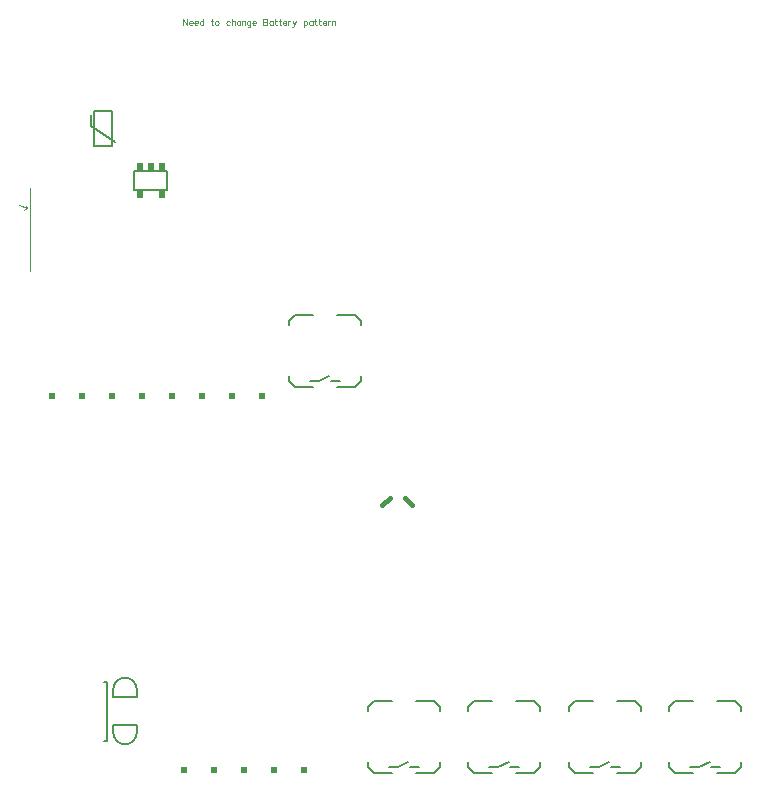
<source format=gbr>
%TF.GenerationSoftware,Novarm,DipTrace,3.2.0.1*%
%TF.CreationDate,2017-11-24T17:42:05-08:00*%
%FSLAX26Y26*%
%MOIN*%
%TF.FileFunction,Drawing,Top*%
%TF.Part,Single*%
%ADD21C,0.006*%
%ADD22C,0.008*%
%ADD29C,0.005*%
%ADD30C,0.00315*%
%ADD32C,0.000013*%
%ADD43C,0.016*%
%ADD118C,0.003088*%
G75*
G01*
%LPD*%
X608196Y2565103D2*
D29*
Y2683202D1*
X667252D1*
Y2565103D1*
X608196D1*
X677724Y2579151D2*
X597724Y2634146D1*
Y2669154D1*
X356106Y2370726D2*
D30*
X383658Y2358903D1*
X379722Y2366770D1*
X383658Y2358903D2*
X375786Y2354992D1*
X395467Y2425841D2*
D32*
Y2150268D1*
G36*
X1079000Y1742749D2*
X1059000D1*
Y1722729D1*
X1079000D1*
Y1742749D1*
G37*
G36*
X979000D2*
X959000D1*
Y1722729D1*
X979000D1*
Y1742749D1*
G37*
G36*
X879000D2*
X859000D1*
Y1722729D1*
X879000D1*
Y1742749D1*
G37*
G36*
X779000D2*
X759000D1*
Y1722729D1*
X779000D1*
Y1742749D1*
G37*
G36*
X679000D2*
X659000D1*
Y1722729D1*
X679000D1*
Y1742749D1*
G37*
G36*
X579000D2*
X559000D1*
Y1722729D1*
X579000D1*
Y1742749D1*
G37*
G36*
X479000D2*
X459000D1*
Y1722729D1*
X479000D1*
Y1742749D1*
G37*
G36*
X1179000D2*
X1159000D1*
Y1722729D1*
X1179000D1*
Y1742749D1*
G37*
X1644004Y1394007D2*
D43*
X1668993Y1368983D1*
X1593996Y1394007D2*
X1569007Y1368983D1*
X1336757Y2004488D2*
D22*
X1276756D1*
X1256747Y1984490D1*
X1496752D2*
X1476743Y2004488D1*
X1416742D1*
X1256747Y1784510D2*
X1276756Y1764512D1*
X1336757D1*
X1496752Y1784510D2*
X1476743Y1764512D1*
X1416742D1*
X1496752Y1984490D2*
Y1969508D1*
Y1784510D2*
Y1799492D1*
X1256747Y1784510D2*
Y1799492D1*
Y1984490D2*
Y1969508D1*
X1326753Y1784510D2*
X1356741D1*
X1396758D2*
X1426746D1*
X1356741D2*
X1391743Y1799492D1*
X1599257Y716988D2*
X1539256D1*
X1519247Y696990D1*
X1759252D2*
X1739243Y716988D1*
X1679242D1*
X1519247Y497010D2*
X1539256Y477012D1*
X1599257D1*
X1759252Y497010D2*
X1739243Y477012D1*
X1679242D1*
X1759252Y696990D2*
Y682008D1*
Y497010D2*
Y511992D1*
X1519247Y497010D2*
Y511992D1*
Y696990D2*
Y682008D1*
X1589253Y497010D2*
X1619241D1*
X1659258D2*
X1689246D1*
X1619241D2*
X1654243Y511992D1*
X1934674Y716988D2*
X1874673D1*
X1854664Y696990D1*
X2094669D2*
X2074660Y716988D1*
X2014659D1*
X1854664Y497010D2*
X1874673Y477012D1*
X1934674D1*
X2094669Y497010D2*
X2074660Y477012D1*
X2014659D1*
X2094669Y696990D2*
Y682008D1*
Y497010D2*
Y511992D1*
X1854664Y497010D2*
Y511992D1*
Y696990D2*
Y682008D1*
X1924670Y497010D2*
X1954658D1*
X1994675D2*
X2024663D1*
X1954658D2*
X1989661Y511992D1*
X2270090Y716988D2*
X2210089D1*
X2190080Y696990D1*
X2430085D2*
X2410076Y716988D1*
X2350075D1*
X2190080Y497010D2*
X2210089Y477012D1*
X2270090D1*
X2430085Y497010D2*
X2410076Y477012D1*
X2350075D1*
X2430085Y696990D2*
Y682008D1*
Y497010D2*
Y511992D1*
X2190080Y497010D2*
Y511992D1*
Y696990D2*
Y682008D1*
X2260086Y497010D2*
X2290074D1*
X2330091D2*
X2360079D1*
X2290074D2*
X2325077Y511992D1*
X2605508Y716988D2*
X2545506D1*
X2525498Y696990D1*
X2765502D2*
X2745494Y716988D1*
X2685492D1*
X2525498Y497010D2*
X2545506Y477012D1*
X2605508D1*
X2765502Y497010D2*
X2745494Y477012D1*
X2685492D1*
X2765502Y696990D2*
Y682008D1*
Y497010D2*
Y511992D1*
X2525498Y497010D2*
Y511992D1*
Y696990D2*
Y682008D1*
X2595503Y497010D2*
X2625491D1*
X2665509D2*
X2695497D1*
X2625491D2*
X2660494Y511992D1*
G36*
X824779Y2485659D2*
X844441D1*
Y2511258D1*
X824779D1*
Y2485659D1*
G37*
G36*
X787376D2*
X807050D1*
Y2511258D1*
X787376D1*
Y2485659D1*
G37*
G36*
X749985D2*
X769647D1*
Y2511258D1*
X749985D1*
Y2485659D1*
G37*
G36*
Y2393138D2*
X769647D1*
Y2418737D1*
X749985D1*
Y2393138D1*
G37*
G36*
X824779D2*
X844441D1*
Y2418737D1*
X824779D1*
Y2393138D1*
G37*
X742105Y2483684D2*
D21*
X852345D1*
Y2420697D2*
X742105D1*
Y2483684D1*
X852345Y2420697D2*
Y2483684D1*
X671346Y752392D2*
D29*
G02X750079Y752392I39366J2806D01*
G01*
Y728780D1*
X671346D1*
Y752392D1*
X750079Y614598D2*
G02X671346Y614598I-39366J-2807D01*
G01*
X750079Y638211D2*
Y614598D1*
X671346D2*
Y638211D1*
X750079D2*
X671346D1*
X639846Y779940D2*
X651657D1*
Y583115D1*
X639846D1*
G36*
X896596Y476247D2*
X916596D1*
Y496267D1*
X896596D1*
Y476247D1*
G37*
G36*
X996596D2*
X1016596D1*
Y496267D1*
X996596D1*
Y476247D1*
G37*
G36*
X1096596D2*
X1116596D1*
Y496267D1*
X1096596D1*
Y476247D1*
G37*
G36*
X1196596D2*
X1216596D1*
Y496267D1*
X1196596D1*
Y476247D1*
G37*
G36*
X1296596D2*
X1316596D1*
Y496267D1*
X1296596D1*
Y476247D1*
G37*
X918317Y2990341D2*
D118*
Y2970245D1*
X904919Y2990341D1*
Y2970245D1*
X924492Y2977894D2*
X935966D1*
Y2979818D1*
X935016Y2981741D1*
X934065Y2982692D1*
X932142Y2983643D1*
X929268D1*
X927366Y2982692D1*
X925443Y2980769D1*
X924492Y2977894D1*
Y2975993D1*
X925443Y2973119D1*
X927366Y2971218D1*
X929268Y2970245D1*
X932142D1*
X934065Y2971218D1*
X935966Y2973119D1*
X942142Y2977894D2*
X953616D1*
Y2979818D1*
X952665Y2981741D1*
X951715Y2982692D1*
X949791Y2983643D1*
X946917D1*
X945016Y2982692D1*
X943093Y2980769D1*
X942142Y2977894D1*
Y2975993D1*
X943093Y2973119D1*
X945016Y2971218D1*
X946917Y2970245D1*
X949791D1*
X951715Y2971218D1*
X953616Y2973119D1*
X971266Y2990341D2*
Y2970245D1*
Y2980769D2*
X969364Y2982692D1*
X967441Y2983643D1*
X964567D1*
X962666Y2982692D1*
X960742Y2980769D1*
X959792Y2977894D1*
Y2975993D1*
X960742Y2973119D1*
X962666Y2971218D1*
X964567Y2970245D1*
X967441D1*
X969364Y2971218D1*
X971266Y2973119D1*
X999756Y2990341D2*
Y2974070D1*
X1000706Y2971218D1*
X1002630Y2970245D1*
X1004531D1*
X996882Y2983643D2*
X1003580D1*
X1015482D2*
X1013581Y2982692D1*
X1011657Y2980769D1*
X1010707Y2977894D1*
Y2975993D1*
X1011657Y2973119D1*
X1013581Y2971218D1*
X1015482Y2970245D1*
X1018356D1*
X1020279Y2971218D1*
X1022181Y2973119D1*
X1023153Y2975993D1*
Y2977894D1*
X1022181Y2980769D1*
X1020279Y2982692D1*
X1018356Y2983643D1*
X1015482D1*
X1060265Y2980769D2*
X1058342Y2982692D1*
X1056419Y2983643D1*
X1053567D1*
X1051643Y2982692D1*
X1049742Y2980769D1*
X1048769Y2977894D1*
Y2975993D1*
X1049742Y2973119D1*
X1051643Y2971218D1*
X1053567Y2970245D1*
X1056419D1*
X1058342Y2971218D1*
X1060265Y2973119D1*
X1066441Y2990341D2*
Y2970245D1*
Y2979818D2*
X1069315Y2982692D1*
X1071239Y2983643D1*
X1074113D1*
X1076014Y2982692D1*
X1076965Y2979818D1*
Y2970245D1*
X1094614Y2983643D2*
Y2970245D1*
Y2980769D2*
X1092713Y2982692D1*
X1090790Y2983643D1*
X1087938D1*
X1086014Y2982692D1*
X1084113Y2980769D1*
X1083140Y2977894D1*
Y2975993D1*
X1084113Y2973119D1*
X1086014Y2971218D1*
X1087938Y2970245D1*
X1090790D1*
X1092713Y2971218D1*
X1094614Y2973119D1*
X1100790Y2983643D2*
Y2970245D1*
Y2979818D2*
X1103664Y2982692D1*
X1105587Y2983643D1*
X1108439D1*
X1110363Y2982692D1*
X1111313Y2979818D1*
Y2970245D1*
X1128963Y2982692D2*
Y2967371D1*
X1128012Y2964519D1*
X1127062Y2963547D1*
X1125138Y2962596D1*
X1122264D1*
X1120363Y2963547D1*
X1128963Y2979818D2*
X1127062Y2981719D1*
X1125138Y2982692D1*
X1122264D1*
X1120363Y2981719D1*
X1118440Y2979818D1*
X1117489Y2976944D1*
Y2975020D1*
X1118440Y2972169D1*
X1120363Y2970245D1*
X1122264Y2969295D1*
X1125138D1*
X1127062Y2970245D1*
X1128963Y2972169D1*
X1135139Y2977894D2*
X1146612D1*
Y2979818D1*
X1145662Y2981741D1*
X1144711Y2982692D1*
X1142788Y2983643D1*
X1139914D1*
X1138013Y2982692D1*
X1136089Y2980769D1*
X1135139Y2977894D1*
Y2975993D1*
X1136089Y2973119D1*
X1138013Y2971218D1*
X1139914Y2970245D1*
X1142788D1*
X1144711Y2971218D1*
X1146612Y2973119D1*
X1172229Y2990341D2*
Y2970245D1*
X1180851D1*
X1183725Y2971218D1*
X1184675Y2972169D1*
X1185626Y2974070D1*
Y2976944D1*
X1184675Y2978867D1*
X1183725Y2979818D1*
X1180851Y2980769D1*
X1183725Y2981741D1*
X1184675Y2982692D1*
X1185626Y2984593D1*
Y2986517D1*
X1184675Y2988418D1*
X1183725Y2989391D1*
X1180851Y2990341D1*
X1172229D1*
Y2980769D2*
X1180851D1*
X1203276Y2983643D2*
Y2970245D1*
Y2980769D2*
X1201374Y2982692D1*
X1199451Y2983643D1*
X1196599D1*
X1194676Y2982692D1*
X1192774Y2980769D1*
X1191802Y2977894D1*
Y2975993D1*
X1192774Y2973119D1*
X1194676Y2971218D1*
X1196599Y2970245D1*
X1199451D1*
X1201374Y2971218D1*
X1203276Y2973119D1*
X1212325Y2990341D2*
Y2974070D1*
X1213276Y2971218D1*
X1215199Y2970245D1*
X1217101D1*
X1209451Y2983643D2*
X1216150D1*
X1226150Y2990341D2*
Y2974070D1*
X1227101Y2971218D1*
X1229024Y2970245D1*
X1230926D1*
X1223276Y2983643D2*
X1229975D1*
X1237101Y2977894D2*
X1248575D1*
Y2979818D1*
X1247625Y2981741D1*
X1246674Y2982692D1*
X1244751Y2983643D1*
X1241877D1*
X1239975Y2982692D1*
X1238052Y2980769D1*
X1237101Y2977894D1*
Y2975993D1*
X1238052Y2973119D1*
X1239975Y2971218D1*
X1241877Y2970245D1*
X1244751D1*
X1246674Y2971218D1*
X1248575Y2973119D1*
X1254751Y2983643D2*
Y2970245D1*
Y2977894D2*
X1255724Y2980769D1*
X1257625Y2982692D1*
X1259548Y2983643D1*
X1262422D1*
X1269571D2*
X1275297Y2970245D1*
X1273395Y2966421D1*
X1271472Y2964497D1*
X1269571Y2963547D1*
X1268598D1*
X1281045Y2983643D2*
X1275297Y2970245D1*
X1306661Y2983643D2*
Y2963547D1*
Y2980769D2*
X1308584Y2982670D1*
X1310485Y2983643D1*
X1313359D1*
X1315283Y2982670D1*
X1317184Y2980769D1*
X1318157Y2977894D1*
Y2975971D1*
X1317184Y2973119D1*
X1315283Y2971196D1*
X1313359Y2970245D1*
X1310485D1*
X1308584Y2971196D1*
X1306661Y2973119D1*
X1335807Y2983643D2*
Y2970245D1*
Y2980769D2*
X1333905Y2982692D1*
X1331982Y2983643D1*
X1329130D1*
X1327207Y2982692D1*
X1325305Y2980769D1*
X1324333Y2977894D1*
Y2975993D1*
X1325305Y2973119D1*
X1327207Y2971218D1*
X1329130Y2970245D1*
X1331982D1*
X1333905Y2971218D1*
X1335807Y2973119D1*
X1344856Y2990341D2*
Y2974070D1*
X1345807Y2971218D1*
X1347730Y2970245D1*
X1349632D1*
X1341982Y2983643D2*
X1348681D1*
X1358681Y2990341D2*
Y2974070D1*
X1359632Y2971218D1*
X1361555Y2970245D1*
X1363457D1*
X1355807Y2983643D2*
X1362506D1*
X1369632Y2977894D2*
X1381106D1*
Y2979818D1*
X1380156Y2981741D1*
X1379205Y2982692D1*
X1377282Y2983643D1*
X1374408D1*
X1372506Y2982692D1*
X1370583Y2980769D1*
X1369632Y2977894D1*
Y2975993D1*
X1370583Y2973119D1*
X1372506Y2971218D1*
X1374408Y2970245D1*
X1377282D1*
X1379205Y2971218D1*
X1381106Y2973119D1*
X1387282Y2983643D2*
Y2970245D1*
Y2977894D2*
X1388255Y2980769D1*
X1390156Y2982692D1*
X1392079Y2983643D1*
X1394953D1*
X1401129D2*
Y2970245D1*
Y2979818D2*
X1404003Y2982692D1*
X1405926Y2983643D1*
X1408778D1*
X1410702Y2982692D1*
X1411652Y2979818D1*
Y2970245D1*
M02*

</source>
